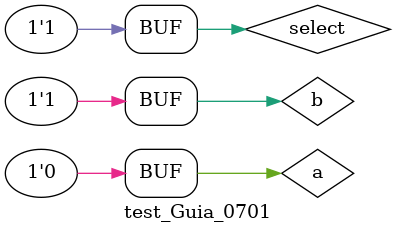
<source format=v>
module Guia_0701 (output and_out, output nand_out,
                  input a, input b, input select );

    // Portas NATIVAS para implementar operações lógicas
    and AND1 (and_out, a, b);
    nand NAND1 (nand_out, a, b);

endmodule 

module test_Guia_0701;

    reg a;
    reg b;
    reg select;
    wire and_out;
    wire nand_out;

    Guia_0701 UUT (and_out, nand_out, a, b, select);

    initial
    begin : main
        $display(" a b sel and_out nand_out");
        a = 1'b0; b = 1'b1; select = 1'b0;

        // Projetar testes do módulo
        #1 $monitor("%b %b %b %b %b", a, b, select, and_out, nand_out);
        #1 select = 1'b1;
    end
endmodule // test_Guia_0701
</source>
